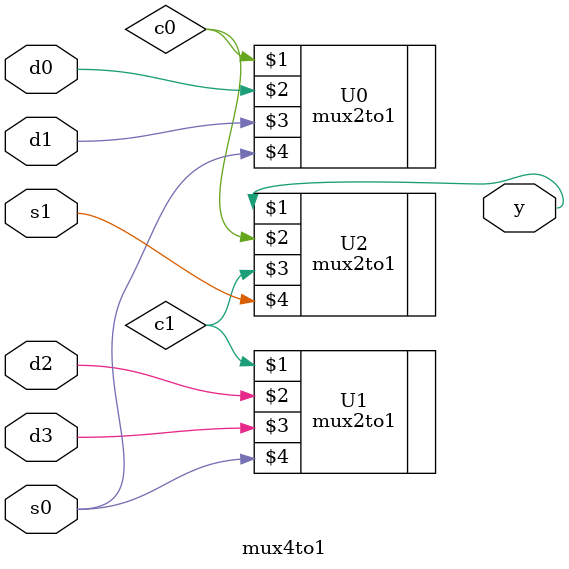
<source format=v>
`timescale 1ns / 1ps

module mux4to1(
output wire y,
input wire s0, s1, d0, d1, d2, d3
    );
wire c0, c1;
mux2to1 U0 (c0, d0, d1, s0);
mux2to1 U1 (c1, d2, d3, s0);
mux2to1 U2 (y, c0, c1, s1);
endmodule

</source>
